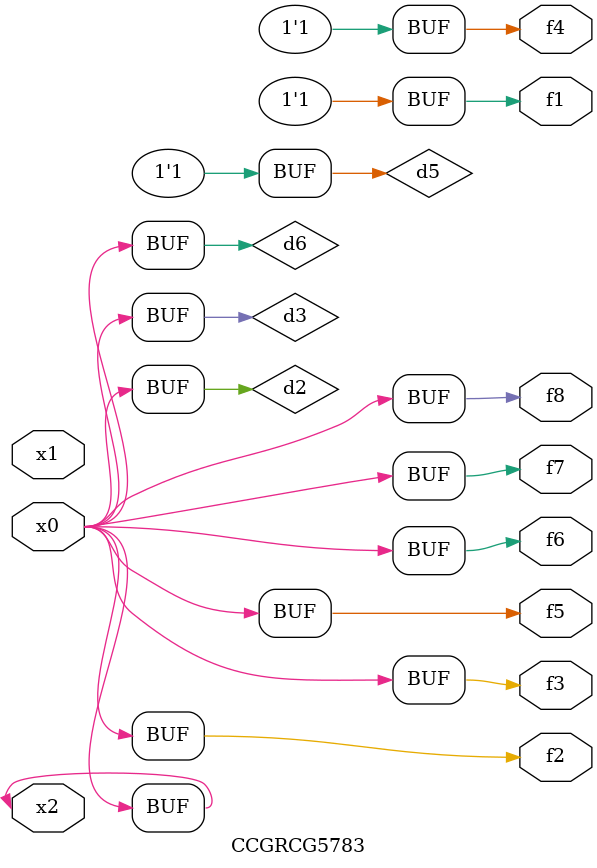
<source format=v>
module CCGRCG5783(
	input x0, x1, x2,
	output f1, f2, f3, f4, f5, f6, f7, f8
);

	wire d1, d2, d3, d4, d5, d6;

	xnor (d1, x2);
	buf (d2, x0, x2);
	and (d3, x0);
	xnor (d4, x1, x2);
	nand (d5, d1, d3);
	buf (d6, d2, d3);
	assign f1 = d5;
	assign f2 = d6;
	assign f3 = d6;
	assign f4 = d5;
	assign f5 = d6;
	assign f6 = d6;
	assign f7 = d6;
	assign f8 = d6;
endmodule

</source>
